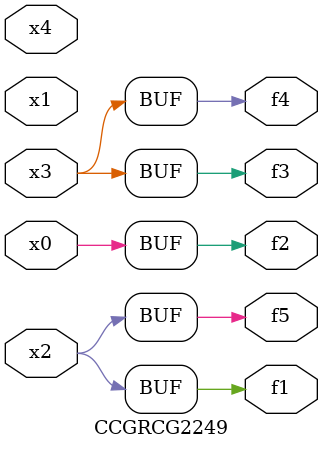
<source format=v>
module CCGRCG2249(
	input x0, x1, x2, x3, x4,
	output f1, f2, f3, f4, f5
);
	assign f1 = x2;
	assign f2 = x0;
	assign f3 = x3;
	assign f4 = x3;
	assign f5 = x2;
endmodule

</source>
